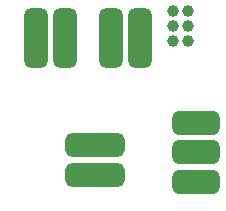
<source format=gbp>
G04*
G04 #@! TF.GenerationSoftware,Altium Limited,Altium Designer,23.8.1 (32)*
G04*
G04 Layer_Color=4408131*
%FSLAX44Y44*%
%MOMM*%
G71*
G04*
G04 #@! TF.SameCoordinates,A6862DCD-3B86-4064-B5AB-42711134FE70*
G04*
G04*
G04 #@! TF.FilePolarity,Positive*
G04*
G01*
G75*
%ADD74C,1.0000*%
G04:AMPARAMS|DCode=75|XSize=2mm|YSize=5mm|CornerRadius=0.5mm|HoleSize=0mm|Usage=FLASHONLY|Rotation=180.000|XOffset=0mm|YOffset=0mm|HoleType=Round|Shape=RoundedRectangle|*
%AMROUNDEDRECTD75*
21,1,2.0000,4.0000,0,0,180.0*
21,1,1.0000,5.0000,0,0,180.0*
1,1,1.0000,-0.5000,2.0000*
1,1,1.0000,0.5000,2.0000*
1,1,1.0000,0.5000,-2.0000*
1,1,1.0000,-0.5000,-2.0000*
%
%ADD75ROUNDEDRECTD75*%
G04:AMPARAMS|DCode=76|XSize=2mm|YSize=4mm|CornerRadius=0.5mm|HoleSize=0mm|Usage=FLASHONLY|Rotation=270.000|XOffset=0mm|YOffset=0mm|HoleType=Round|Shape=RoundedRectangle|*
%AMROUNDEDRECTD76*
21,1,2.0000,3.0000,0,0,270.0*
21,1,1.0000,4.0000,0,0,270.0*
1,1,1.0000,-1.5000,-0.5000*
1,1,1.0000,-1.5000,0.5000*
1,1,1.0000,1.5000,0.5000*
1,1,1.0000,1.5000,-0.5000*
%
%ADD76ROUNDEDRECTD76*%
G04:AMPARAMS|DCode=77|XSize=2mm|YSize=5mm|CornerRadius=0.5mm|HoleSize=0mm|Usage=FLASHONLY|Rotation=270.000|XOffset=0mm|YOffset=0mm|HoleType=Round|Shape=RoundedRectangle|*
%AMROUNDEDRECTD77*
21,1,2.0000,4.0000,0,0,270.0*
21,1,1.0000,5.0000,0,0,270.0*
1,1,1.0000,-2.0000,-0.5000*
1,1,1.0000,-2.0000,0.5000*
1,1,1.0000,2.0000,0.5000*
1,1,1.0000,2.0000,-0.5000*
%
%ADD77ROUNDEDRECTD77*%
D74*
X170350Y274950D02*
D03*
Y249550D02*
D03*
Y262250D02*
D03*
X157650Y274950D02*
D03*
Y249550D02*
D03*
Y262250D02*
D03*
D75*
X66500Y251750D02*
D03*
X41500D02*
D03*
X130000D02*
D03*
X105000D02*
D03*
D76*
X177750Y155250D02*
D03*
Y180250D02*
D03*
Y130250D02*
D03*
D77*
X91500Y161250D02*
D03*
Y136250D02*
D03*
M02*

</source>
